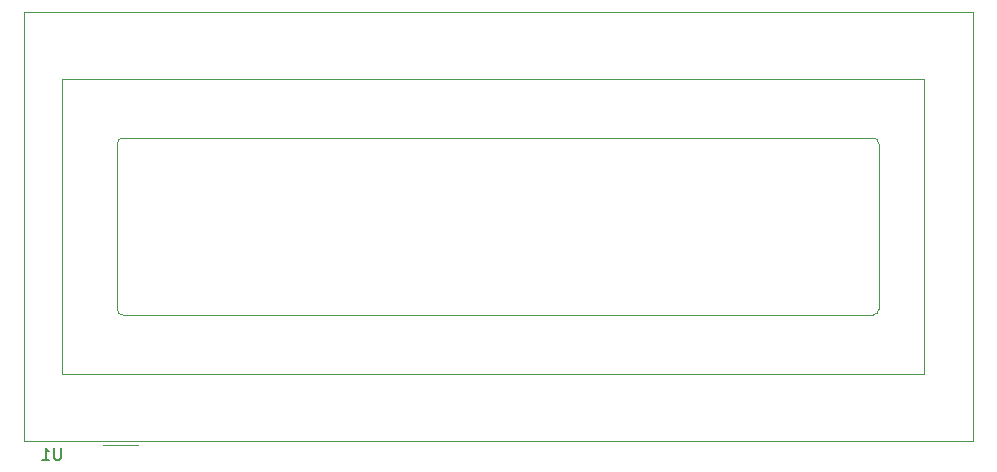
<source format=gbr>
G04 #@! TF.GenerationSoftware,KiCad,Pcbnew,(5.0.1-3-g963ef8bb5)*
G04 #@! TF.CreationDate,2020-05-21T20:41:20+01:00*
G04 #@! TF.ProjectId,Acorn_POST,41636F726E5F504F53542E6B69636164,rev?*
G04 #@! TF.SameCoordinates,Original*
G04 #@! TF.FileFunction,Legend,Bot*
G04 #@! TF.FilePolarity,Positive*
%FSLAX46Y46*%
G04 Gerber Fmt 4.6, Leading zero omitted, Abs format (unit mm)*
G04 Created by KiCad (PCBNEW (5.0.1-3-g963ef8bb5)) date Thursday, 21 May 2020 at 20:41:20*
%MOMM*%
%LPD*%
G01*
G04 APERTURE LIST*
%ADD10C,0.120000*%
%ADD11C,0.150000*%
G04 APERTURE END LIST*
D10*
G04 #@! TO.C,U1*
X102350000Y-75580000D02*
X182630000Y-75580000D01*
X182630000Y-75580000D02*
X182630000Y-111860000D01*
X182630000Y-111860000D02*
X103150000Y-111860000D01*
X102350000Y-111860000D02*
X102350000Y-75580000D01*
X102360000Y-111860000D02*
X103150000Y-111860000D01*
X108990000Y-112220000D02*
X111990000Y-112220000D01*
X110690000Y-101220000D02*
X174190000Y-101220000D01*
X110190280Y-86720680D02*
X110190280Y-100720000D01*
X174190660Y-86220000D02*
X110690000Y-86220000D01*
X174690000Y-100720000D02*
X174690000Y-86720000D01*
X174690000Y-100720000D02*
G75*
G02X174190000Y-101220000I-500000J0D01*
G01*
X174190660Y-86220300D02*
G75*
G02X174691040Y-86720680I0J-500380D01*
G01*
X110190280Y-86720680D02*
G75*
G02X110690660Y-86220300I500380J0D01*
G01*
X110690660Y-101221540D02*
G75*
G02X110190280Y-100721160I0J500380D01*
G01*
X105490000Y-106220000D02*
X178490000Y-106220000D01*
X178490000Y-106220000D02*
X178490000Y-81220000D01*
X178490000Y-81220000D02*
X105490000Y-81220000D01*
X105490000Y-81220000D02*
X105490000Y-106220000D01*
D11*
X105431904Y-112482380D02*
X105431904Y-113291904D01*
X105384285Y-113387142D01*
X105336666Y-113434761D01*
X105241428Y-113482380D01*
X105050952Y-113482380D01*
X104955714Y-113434761D01*
X104908095Y-113387142D01*
X104860476Y-113291904D01*
X104860476Y-112482380D01*
X103860476Y-113482380D02*
X104431904Y-113482380D01*
X104146190Y-113482380D02*
X104146190Y-112482380D01*
X104241428Y-112625238D01*
X104336666Y-112720476D01*
X104431904Y-112768095D01*
G04 #@! TD*
M02*

</source>
